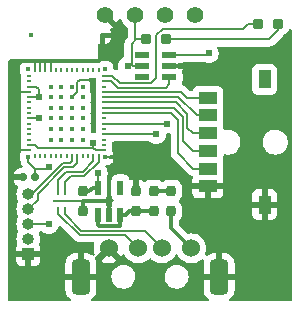
<source format=gtl>
G04 #@! TF.GenerationSoftware,KiCad,Pcbnew,(6.0.9)*
G04 #@! TF.CreationDate,2023-01-08T15:40:12+09:00*
G04 #@! TF.ProjectId,WBMon,57424d6f-6e2e-46b6-9963-61645f706362,1.0*
G04 #@! TF.SameCoordinates,Original*
G04 #@! TF.FileFunction,Copper,L1,Top*
G04 #@! TF.FilePolarity,Positive*
%FSLAX46Y46*%
G04 Gerber Fmt 4.6, Leading zero omitted, Abs format (unit mm)*
G04 Created by KiCad (PCBNEW (6.0.9)) date 2023-01-08 15:40:12*
%MOMM*%
%LPD*%
G01*
G04 APERTURE LIST*
G04 Aperture macros list*
%AMRoundRect*
0 Rectangle with rounded corners*
0 $1 Rounding radius*
0 $2 $3 $4 $5 $6 $7 $8 $9 X,Y pos of 4 corners*
0 Add a 4 corners polygon primitive as box body*
4,1,4,$2,$3,$4,$5,$6,$7,$8,$9,$2,$3,0*
0 Add four circle primitives for the rounded corners*
1,1,$1+$1,$2,$3*
1,1,$1+$1,$4,$5*
1,1,$1+$1,$6,$7*
1,1,$1+$1,$8,$9*
0 Add four rect primitives between the rounded corners*
20,1,$1+$1,$2,$3,$4,$5,0*
20,1,$1+$1,$4,$5,$6,$7,0*
20,1,$1+$1,$6,$7,$8,$9,0*
20,1,$1+$1,$8,$9,$2,$3,0*%
G04 Aperture macros list end*
G04 #@! TA.AperFunction,SMDPad,CuDef*
%ADD10R,0.500000X1.200000*%
G04 #@! TD*
G04 #@! TA.AperFunction,SMDPad,CuDef*
%ADD11R,1.200000X0.500000*%
G04 #@! TD*
G04 #@! TA.AperFunction,SMDPad,CuDef*
%ADD12RoundRect,0.200000X0.200000X-0.250000X0.200000X0.250000X-0.200000X0.250000X-0.200000X-0.250000X0*%
G04 #@! TD*
G04 #@! TA.AperFunction,ComponentPad*
%ADD13C,1.400000*%
G04 #@! TD*
G04 #@! TA.AperFunction,SMDPad,CuDef*
%ADD14R,1.600000X1.000000*%
G04 #@! TD*
G04 #@! TA.AperFunction,SMDPad,CuDef*
%ADD15R,1.100000X1.600000*%
G04 #@! TD*
G04 #@! TA.AperFunction,ComponentPad*
%ADD16R,1.000000X1.000000*%
G04 #@! TD*
G04 #@! TA.AperFunction,ComponentPad*
%ADD17O,1.000000X1.000000*%
G04 #@! TD*
G04 #@! TA.AperFunction,SMDPad,CuDef*
%ADD18R,0.200000X0.400000*%
G04 #@! TD*
G04 #@! TA.AperFunction,SMDPad,CuDef*
%ADD19R,0.400000X0.200000*%
G04 #@! TD*
G04 #@! TA.AperFunction,SMDPad,CuDef*
%ADD20RoundRect,0.200000X-0.200000X0.250000X-0.200000X-0.250000X0.200000X-0.250000X0.200000X0.250000X0*%
G04 #@! TD*
G04 #@! TA.AperFunction,SMDPad,CuDef*
%ADD21RoundRect,0.200000X-0.250000X-0.200000X0.250000X-0.200000X0.250000X0.200000X-0.250000X0.200000X0*%
G04 #@! TD*
G04 #@! TA.AperFunction,SMDPad,CuDef*
%ADD22R,0.350000X0.350000*%
G04 #@! TD*
G04 #@! TA.AperFunction,SMDPad,CuDef*
%ADD23R,0.350000X0.130000*%
G04 #@! TD*
G04 #@! TA.AperFunction,SMDPad,CuDef*
%ADD24R,0.130000X0.350000*%
G04 #@! TD*
G04 #@! TA.AperFunction,SMDPad,CuDef*
%ADD25R,0.400000X0.400000*%
G04 #@! TD*
G04 #@! TA.AperFunction,SMDPad,CuDef*
%ADD26R,0.300000X0.300000*%
G04 #@! TD*
G04 #@! TA.AperFunction,SMDPad,CuDef*
%ADD27RoundRect,0.200000X0.250000X0.200000X-0.250000X0.200000X-0.250000X-0.200000X0.250000X-0.200000X0*%
G04 #@! TD*
G04 #@! TA.AperFunction,SMDPad,CuDef*
%ADD28RoundRect,0.150000X0.150000X0.150000X-0.150000X0.150000X-0.150000X-0.150000X0.150000X-0.150000X0*%
G04 #@! TD*
G04 #@! TA.AperFunction,ComponentPad*
%ADD29C,1.524000*%
G04 #@! TD*
G04 #@! TA.AperFunction,ComponentPad*
%ADD30RoundRect,0.400000X-0.400000X-1.100000X0.400000X-1.100000X0.400000X1.100000X-0.400000X1.100000X0*%
G04 #@! TD*
G04 #@! TA.AperFunction,ViaPad*
%ADD31C,0.609600*%
G04 #@! TD*
G04 #@! TA.AperFunction,Conductor*
%ADD32C,0.304800*%
G04 #@! TD*
G04 #@! TA.AperFunction,Conductor*
%ADD33C,0.152400*%
G04 #@! TD*
G04 #@! TA.AperFunction,Conductor*
%ADD34C,0.203200*%
G04 #@! TD*
G04 APERTURE END LIST*
D10*
X-4400000Y-5150000D03*
X-3450000Y-5150000D03*
X-2500000Y-5150000D03*
X-2500000Y-2850000D03*
X-4400000Y-2850000D03*
D11*
X1650000Y6500000D03*
X1650000Y7450000D03*
X1650000Y8400000D03*
X-650000Y8400000D03*
X-650000Y7450000D03*
X-650000Y6500000D03*
D12*
X-1200000Y-4850000D03*
X-1200000Y-3150000D03*
X300000Y-4850000D03*
X300000Y-3150000D03*
D13*
X-3810000Y11730000D03*
X-1270000Y11730000D03*
X1270000Y11730000D03*
X3810000Y11730000D03*
D14*
X4900000Y4750000D03*
X4900000Y3250000D03*
X4900000Y1750000D03*
X4900000Y250000D03*
X4900000Y-1250000D03*
D15*
X9700000Y-4300000D03*
D14*
X4900000Y-2750000D03*
D15*
X9700000Y6300000D03*
D16*
X-10300000Y-8500000D03*
D17*
X-10300000Y-7230000D03*
X-10300000Y-5960000D03*
X-10300000Y-4690000D03*
X-10300000Y-3420000D03*
D18*
X-7225000Y-4650000D03*
X-7775000Y-4650000D03*
D19*
X-8000000Y-4000000D03*
D18*
X-7775000Y-3350000D03*
X-7225000Y-3350000D03*
D19*
X-7000000Y-4000000D03*
D20*
X-5700000Y-3150000D03*
X-5700000Y-4850000D03*
X1800000Y-3150000D03*
X1800000Y-4850000D03*
D21*
X9150000Y11000000D03*
X10850000Y11000000D03*
D22*
X-10310000Y7160000D03*
D23*
X-10225000Y6600000D03*
X-10225000Y6150000D03*
X-10225000Y5700000D03*
X-10225000Y5250000D03*
X-10225000Y4800000D03*
X-10225000Y4350000D03*
X-10225000Y3900000D03*
X-10225000Y3450000D03*
X-10225000Y3000000D03*
X-10225000Y2550000D03*
X-10225000Y2100000D03*
X-10225000Y1650000D03*
X-10225000Y1200000D03*
X-10225000Y750000D03*
X-10225000Y300000D03*
D22*
X-10310000Y-260000D03*
D24*
X-9750000Y-175000D03*
X-9300000Y-175000D03*
X-8850000Y-175000D03*
X-8400000Y-175000D03*
X-7950000Y-175000D03*
X-7500000Y-175000D03*
X-7050000Y-175000D03*
X-6600000Y-175000D03*
X-6150000Y-175000D03*
X-5700000Y-175000D03*
X-5250000Y-175000D03*
X-4800000Y-175000D03*
X-4350000Y-175000D03*
D22*
X-3790000Y-260000D03*
D23*
X-3875000Y300000D03*
X-3875000Y750000D03*
X-3875000Y1200000D03*
X-3875000Y1650000D03*
X-3875000Y2100000D03*
X-3875000Y2550000D03*
X-3875000Y3000000D03*
X-3875000Y3450000D03*
X-3875000Y3900000D03*
X-3875000Y4350000D03*
X-3875000Y4800000D03*
X-3875000Y5250000D03*
X-3875000Y5700000D03*
X-3875000Y6150000D03*
X-3875000Y6600000D03*
D22*
X-3790000Y7160000D03*
D24*
X-4350000Y7075000D03*
X-4800000Y7075000D03*
X-5250000Y7075000D03*
X-5700000Y7075000D03*
X-6150000Y7075000D03*
X-6600000Y7075000D03*
X-7050000Y7075000D03*
X-7500000Y7075000D03*
X-7950000Y7075000D03*
X-8400000Y7075000D03*
X-8850000Y7075000D03*
X-9300000Y7075000D03*
X-9750000Y7075000D03*
D25*
X-8400000Y5700000D03*
X-8400000Y4800000D03*
X-8400000Y3900000D03*
X-8400000Y3000000D03*
X-8400000Y2100000D03*
X-8400000Y1200000D03*
X-7500000Y1200000D03*
X-6600000Y1200000D03*
X-5700000Y1200000D03*
X-5700000Y2100000D03*
X-5700000Y3000000D03*
X-5700000Y3900000D03*
X-5700000Y4800000D03*
D26*
X-5700000Y5700000D03*
X-6600000Y5700000D03*
D25*
X-7500000Y5700000D03*
X-7500000Y4800000D03*
X-7500000Y3900000D03*
X-7500000Y3000000D03*
X-7500000Y2100000D03*
X-6600000Y2100000D03*
X-6600000Y3000000D03*
X-6600000Y3900000D03*
X-6600000Y4800000D03*
X-10100000Y10035000D03*
X-4000000Y10035000D03*
D27*
X1350000Y9700000D03*
X-350000Y9700000D03*
D28*
X-9750000Y-2000000D03*
X-10750000Y-2000000D03*
D29*
X3500000Y-8000000D03*
X1000000Y-8000000D03*
X-1000000Y-8000000D03*
X-3500000Y-8000000D03*
D30*
X-5850000Y-10400000D03*
X5850000Y-10400000D03*
D31*
X8500000Y0D03*
X-11500000Y7350000D03*
X0Y0D03*
X-11500000Y-1000000D03*
X-4800000Y6150000D03*
X8500000Y-7000000D03*
X-3000000Y8500000D03*
X-3450000Y-4000000D03*
X-2850000Y750000D03*
X3500000Y7000000D03*
X-9400000Y4800000D03*
X-8550000Y-1100000D03*
X-4800000Y950000D03*
X-8550000Y-5950000D03*
X-4400000Y-1650000D03*
X-1900000Y7450000D03*
X-9400000Y3000000D03*
X550000Y1650000D03*
X1450000Y2550000D03*
X5000000Y8500000D03*
D32*
X-2500000Y-6050000D02*
X-2555600Y-6105600D01*
X-4400000Y-6054800D02*
X-4400000Y-5150000D01*
X-2555600Y-6105600D02*
X-4349200Y-6105600D01*
X-2050000Y-5150000D02*
X-2500000Y-5150000D01*
X-4349200Y-6105600D02*
X-4400000Y-6054800D01*
X-2500000Y-5150000D02*
X-2500000Y-6050000D01*
X-1200000Y-4850000D02*
X-1750000Y-4850000D01*
X-1750000Y-4850000D02*
X-2050000Y-5150000D01*
X300000Y-4850000D02*
X-1200000Y-4850000D01*
X-5700000Y-4000000D02*
X-3450000Y-4000000D01*
D33*
X-7000000Y-4000000D02*
X-5700000Y-4000000D01*
X-8000000Y-4000000D02*
X-7000000Y-4000000D01*
X-10225000Y300000D02*
X-11200000Y300000D01*
X-9750000Y7075000D02*
X-9750000Y7900000D01*
D32*
X-5700000Y-4850000D02*
X-5700000Y-4000000D01*
X-11200000Y7650000D02*
X-11500000Y7350000D01*
X-4000000Y8200000D02*
X-4000000Y10035000D01*
D33*
X-6600000Y4800000D02*
X-6150000Y5250000D01*
X-8400000Y7075000D02*
X-8400000Y7900000D01*
X-9300000Y7075000D02*
X-9300000Y7900000D01*
X-4900000Y6250000D02*
X-4800000Y6150000D01*
D32*
X-11200000Y7850000D02*
X-4350000Y7850000D01*
X-3450000Y-4000000D02*
X-3450000Y-5150000D01*
D33*
X-10225000Y5250000D02*
X-11350000Y5250000D01*
D32*
X-4350000Y7850000D02*
X-4000000Y8200000D01*
D33*
X-3790000Y-260000D02*
X-2890000Y-260000D01*
X-6150000Y6050000D02*
X-5950000Y6250000D01*
X-8850000Y7075000D02*
X-8850000Y7900000D01*
D32*
X-11200000Y7850000D02*
X-11200000Y7650000D01*
D33*
X-6150000Y5250000D02*
X-6150000Y6050000D01*
X-5950000Y6250000D02*
X-4900000Y6250000D01*
X-9400000Y5450000D02*
X-9400000Y4800000D01*
D34*
X-1709600Y7450000D02*
X-1554800Y7604800D01*
D32*
X-4850000Y-2850000D02*
X-4400000Y-2850000D01*
D33*
X-4800000Y500000D02*
X-9500000Y500000D01*
D32*
X-5150000Y-3150000D02*
X-4850000Y-2850000D01*
D34*
X-1554800Y7604800D02*
X-1400000Y7450000D01*
D33*
X-9650000Y5700000D02*
X-9400000Y5450000D01*
D34*
X-1900000Y7450000D02*
X-1709600Y7450000D01*
D33*
X-9750000Y-1250000D02*
X-8700000Y-1250000D01*
X-10310000Y-260000D02*
X-10310000Y-690000D01*
X-8700000Y-1250000D02*
X-8550000Y-1100000D01*
D34*
X-1270000Y9820000D02*
X-1150000Y9700000D01*
D33*
X-4800000Y500000D02*
X-4800000Y950000D01*
D32*
X-5700000Y-3150000D02*
X-5150000Y-3150000D01*
D34*
X-1150000Y9700000D02*
X-1554800Y9295200D01*
X-1554800Y9295200D02*
X-1554800Y7604800D01*
D33*
X-9750000Y750000D02*
X-10225000Y750000D01*
D34*
X-1270000Y11730000D02*
X-1270000Y9820000D01*
D33*
X-3875000Y300000D02*
X-4600000Y300000D01*
D34*
X-1400000Y7450000D02*
X-650000Y7450000D01*
D33*
X-4600000Y300000D02*
X-4800000Y500000D01*
D34*
X-10300000Y-5960000D02*
X-8560000Y-5960000D01*
D33*
X-10225000Y5700000D02*
X-9650000Y5700000D01*
D34*
X-350000Y9700000D02*
X-1150000Y9700000D01*
D33*
X-10225000Y4800000D02*
X-9400000Y4800000D01*
X-9750000Y-1250000D02*
X-9750000Y-2000000D01*
D34*
X-4400000Y-1650000D02*
X-4400000Y-2850000D01*
D33*
X-9500000Y500000D02*
X-9750000Y750000D01*
D34*
X-8560000Y-5960000D02*
X-8550000Y-5950000D01*
D33*
X-10310000Y-690000D02*
X-9750000Y-1250000D01*
X70600Y5970600D02*
X550000Y6450000D01*
X-2570600Y5970600D02*
X70600Y5970600D01*
X550000Y10050000D02*
X1100000Y10600000D01*
X8300000Y11000000D02*
X9150000Y11000000D01*
X-3875000Y6600000D02*
X-3200000Y6600000D01*
X550000Y6450000D02*
X550000Y10050000D01*
X7900000Y10600000D02*
X8300000Y11000000D01*
X1100000Y10600000D02*
X7900000Y10600000D01*
X-3200000Y6600000D02*
X-2570600Y5970600D01*
D34*
X10100000Y9700000D02*
X10850000Y10450000D01*
X10850000Y10450000D02*
X10850000Y11000000D01*
X1350000Y9700000D02*
X10100000Y9700000D01*
D32*
X1800000Y-3150000D02*
X300000Y-3150000D01*
X1800000Y-6300000D02*
X1800000Y-4850000D01*
X3500000Y-8000000D02*
X1800000Y-6300000D01*
D33*
X-7775000Y-5077894D02*
X-5959894Y-6893000D01*
X-2107000Y-6893000D02*
X-1000000Y-8000000D01*
X-7775000Y-4650000D02*
X-7775000Y-5077894D01*
X-5959894Y-6893000D02*
X-2107000Y-6893000D01*
X-7225000Y-5125000D02*
X-5812600Y-6537400D01*
X-7225000Y-4650000D02*
X-7225000Y-5125000D01*
X-5812600Y-6537400D02*
X-462600Y-6537400D01*
X-462600Y-6537400D02*
X1000000Y-8000000D01*
X-9400000Y3000000D02*
X-10225000Y3000000D01*
X-9520600Y-3417706D02*
X-9520600Y-3910600D01*
X-6150000Y-175000D02*
X-6150000Y-794400D01*
X-6150000Y-794400D02*
X-6500000Y-1144400D01*
X-9520600Y-3910600D02*
X-10300000Y-4690000D01*
X-7247294Y-1144400D02*
X-9520600Y-3417706D01*
X-6500000Y-1144400D02*
X-7247294Y-1144400D01*
X-7394588Y-788800D02*
X-10025788Y-3420000D01*
X-6600000Y-175000D02*
X-6600000Y-600000D01*
X-6600000Y-600000D02*
X-6788800Y-788800D01*
X-10025788Y-3420000D02*
X-10300000Y-3420000D01*
X-6788800Y-788800D02*
X-7394588Y-788800D01*
X3100000Y4750000D02*
X4900000Y4750000D01*
X-3875000Y5250000D02*
X2600000Y5250000D01*
X2600000Y5250000D02*
X3100000Y4750000D01*
X2400000Y4800000D02*
X3950000Y3250000D01*
X-3875000Y4800000D02*
X2400000Y4800000D01*
X3950000Y3250000D02*
X4900000Y3250000D01*
X2200000Y4350000D02*
X3150000Y3400000D01*
X3150000Y3400000D02*
X3150000Y2200000D01*
X3600000Y1750000D02*
X4900000Y1750000D01*
X3150000Y2200000D02*
X3600000Y1750000D01*
X-3875000Y4350000D02*
X2200000Y4350000D01*
X2794400Y1055600D02*
X3600000Y250000D01*
X2794400Y3105600D02*
X2794400Y1055600D01*
X-3875000Y3900000D02*
X2000000Y3900000D01*
X3600000Y250000D02*
X4900000Y250000D01*
X2000000Y3900000D02*
X2794400Y3105600D01*
X3650000Y-1250000D02*
X4900000Y-1250000D01*
X-3875000Y3450000D02*
X1800000Y3450000D01*
X2350000Y2900000D02*
X2350000Y50000D01*
X1800000Y3450000D02*
X2350000Y2900000D01*
X2350000Y50000D02*
X3650000Y-1250000D01*
X-4800000Y-600000D02*
X-5700000Y-1500000D01*
X-5700000Y-1500000D02*
X-7100000Y-1500000D01*
X-7775000Y-2175000D02*
X-7775000Y-3350000D01*
X-4800000Y-175000D02*
X-4800000Y-600000D01*
X-7100000Y-1500000D02*
X-7775000Y-2175000D01*
X-5552706Y-1855600D02*
X-6700000Y-1855600D01*
X-4350000Y-652894D02*
X-5552706Y-1855600D01*
X-7225000Y-2380600D02*
X-7225000Y-3350000D01*
X-4350000Y-175000D02*
X-4350000Y-652894D01*
X-6700000Y-1855600D02*
X-7225000Y-2380600D01*
X-3875000Y1650000D02*
X550000Y1650000D01*
X-3875000Y2550000D02*
X1450000Y2550000D01*
X-2750000Y5605600D02*
X1350000Y5605600D01*
X1350000Y5605600D02*
X1650000Y5905600D01*
X-3294400Y6150000D02*
X-2750000Y5605600D01*
X1650000Y5905600D02*
X1650000Y6500000D01*
X-3875000Y6150000D02*
X-3294400Y6150000D01*
D34*
X1650000Y8400000D02*
X4900000Y8400000D01*
X4900000Y8400000D02*
X5000000Y8500000D01*
G04 #@! TA.AperFunction,Conductor*
G36*
X11933165Y10563382D02*
G01*
X11979888Y10509926D01*
X11991500Y10457092D01*
X11991500Y-12365500D01*
X11971498Y-12433621D01*
X11917842Y-12480114D01*
X11865500Y-12491500D01*
X6823669Y-12491500D01*
X6755548Y-12471498D01*
X6709055Y-12417842D01*
X6698951Y-12347568D01*
X6728445Y-12282988D01*
X6747684Y-12266235D01*
X6747257Y-12265708D01*
X6890459Y-12149745D01*
X6899745Y-12140459D01*
X7011552Y-12002390D01*
X7018705Y-11991375D01*
X7099365Y-11833070D01*
X7104069Y-11820817D01*
X7150267Y-11648403D01*
X7152214Y-11637069D01*
X7157807Y-11566010D01*
X7158000Y-11561085D01*
X7158000Y-10672115D01*
X7153525Y-10656876D01*
X7152135Y-10655671D01*
X7144452Y-10654000D01*
X4560115Y-10654000D01*
X4544876Y-10658475D01*
X4543671Y-10659865D01*
X4542000Y-10667548D01*
X4542000Y-11561085D01*
X4542193Y-11566010D01*
X4547786Y-11637069D01*
X4549733Y-11648403D01*
X4595931Y-11820817D01*
X4600635Y-11833070D01*
X4681295Y-11991375D01*
X4688448Y-12002390D01*
X4800255Y-12140459D01*
X4809541Y-12149745D01*
X4952743Y-12265708D01*
X4951414Y-12267349D01*
X4991198Y-12313715D01*
X5000960Y-12384038D01*
X4971153Y-12448474D01*
X4911241Y-12486567D01*
X4876331Y-12491500D01*
X-4876331Y-12491500D01*
X-4944452Y-12471498D01*
X-4990945Y-12417842D01*
X-5001049Y-12347568D01*
X-4971555Y-12282988D01*
X-4952316Y-12266235D01*
X-4952743Y-12265708D01*
X-4809541Y-12149745D01*
X-4800255Y-12140459D01*
X-4688448Y-12002390D01*
X-4681295Y-11991375D01*
X-4600635Y-11833070D01*
X-4595931Y-11820817D01*
X-4549733Y-11648403D01*
X-4547786Y-11637069D01*
X-4542193Y-11566010D01*
X-4542000Y-11561085D01*
X-4542000Y-10672115D01*
X-4546475Y-10656876D01*
X-4547865Y-10655671D01*
X-4555548Y-10654000D01*
X-7139885Y-10654000D01*
X-7155124Y-10658475D01*
X-7156329Y-10659865D01*
X-7158000Y-10667548D01*
X-7158000Y-11561085D01*
X-7157807Y-11566010D01*
X-7152214Y-11637069D01*
X-7150267Y-11648403D01*
X-7104069Y-11820817D01*
X-7099365Y-11833070D01*
X-7018705Y-11991375D01*
X-7011552Y-12002390D01*
X-6899745Y-12140459D01*
X-6890459Y-12149745D01*
X-6747257Y-12265708D01*
X-6748586Y-12267349D01*
X-6708802Y-12313715D01*
X-6699040Y-12384038D01*
X-6728847Y-12448474D01*
X-6788759Y-12486567D01*
X-6823669Y-12491500D01*
X-11865500Y-12491500D01*
X-11933621Y-12471498D01*
X-11980114Y-12417842D01*
X-11991500Y-12365500D01*
X-11991500Y-10392925D01*
X-3263355Y-10392925D01*
X-3245430Y-10589888D01*
X-3189590Y-10779619D01*
X-3186737Y-10785077D01*
X-3186735Y-10785081D01*
X-3139280Y-10875853D01*
X-3097960Y-10954890D01*
X-2974032Y-11109025D01*
X-2969308Y-11112989D01*
X-2962067Y-11119065D01*
X-2822526Y-11236154D01*
X-2817128Y-11239121D01*
X-2817123Y-11239125D01*
X-2673820Y-11317905D01*
X-2649213Y-11331433D01*
X-2643346Y-11333294D01*
X-2643344Y-11333295D01*
X-2466564Y-11389373D01*
X-2460694Y-11391235D01*
X-2306773Y-11408500D01*
X-2200231Y-11408500D01*
X-2197175Y-11408200D01*
X-2197168Y-11408200D01*
X-2138660Y-11402463D01*
X-2053167Y-11394080D01*
X-2047266Y-11392298D01*
X-2047264Y-11392298D01*
X-1973947Y-11370162D01*
X-1863831Y-11336916D01*
X-1689204Y-11244066D01*
X-1602938Y-11173709D01*
X-1540713Y-11122960D01*
X-1540710Y-11122957D01*
X-1535938Y-11119065D01*
X-1523656Y-11104219D01*
X-1413799Y-10971425D01*
X-1413797Y-10971421D01*
X-1409870Y-10966675D01*
X-1315802Y-10792701D01*
X-1257318Y-10603768D01*
X-1236645Y-10407075D01*
X-1237933Y-10392925D01*
X1236645Y-10392925D01*
X1254570Y-10589888D01*
X1310410Y-10779619D01*
X1313263Y-10785077D01*
X1313265Y-10785081D01*
X1360720Y-10875853D01*
X1402040Y-10954890D01*
X1525968Y-11109025D01*
X1530692Y-11112989D01*
X1537933Y-11119065D01*
X1677474Y-11236154D01*
X1682872Y-11239121D01*
X1682877Y-11239125D01*
X1826180Y-11317905D01*
X1850787Y-11331433D01*
X1856654Y-11333294D01*
X1856656Y-11333295D01*
X2033436Y-11389373D01*
X2039306Y-11391235D01*
X2193227Y-11408500D01*
X2299769Y-11408500D01*
X2302825Y-11408200D01*
X2302832Y-11408200D01*
X2361340Y-11402463D01*
X2446833Y-11394080D01*
X2452734Y-11392298D01*
X2452736Y-11392298D01*
X2526053Y-11370162D01*
X2636169Y-11336916D01*
X2810796Y-11244066D01*
X2897062Y-11173709D01*
X2959287Y-11122960D01*
X2959290Y-11122957D01*
X2964062Y-11119065D01*
X2976344Y-11104219D01*
X3086201Y-10971425D01*
X3086203Y-10971421D01*
X3090130Y-10966675D01*
X3184198Y-10792701D01*
X3242682Y-10603768D01*
X3263355Y-10407075D01*
X3245430Y-10210112D01*
X3189590Y-10020381D01*
X3179919Y-10001881D01*
X3100813Y-9850568D01*
X3097960Y-9845110D01*
X2974032Y-9690975D01*
X2967727Y-9685684D01*
X2951334Y-9671929D01*
X2822526Y-9563846D01*
X2817128Y-9560879D01*
X2817123Y-9560875D01*
X2654608Y-9471533D01*
X2654609Y-9471533D01*
X2649213Y-9468567D01*
X2643346Y-9466706D01*
X2643344Y-9466705D01*
X2466564Y-9410627D01*
X2466563Y-9410627D01*
X2460694Y-9408765D01*
X2306773Y-9391500D01*
X2200231Y-9391500D01*
X2197175Y-9391800D01*
X2197168Y-9391800D01*
X2138660Y-9397537D01*
X2053167Y-9405920D01*
X2047266Y-9407702D01*
X2047264Y-9407702D01*
X1973947Y-9429838D01*
X1863831Y-9463084D01*
X1689204Y-9555934D01*
X1602938Y-9626291D01*
X1540713Y-9677040D01*
X1540710Y-9677043D01*
X1535938Y-9680935D01*
X1532011Y-9685682D01*
X1532009Y-9685684D01*
X1413799Y-9828575D01*
X1413797Y-9828579D01*
X1409870Y-9833325D01*
X1315802Y-10007299D01*
X1257318Y-10196232D01*
X1236645Y-10392925D01*
X-1237933Y-10392925D01*
X-1254570Y-10210112D01*
X-1310410Y-10020381D01*
X-1320081Y-10001881D01*
X-1399187Y-9850568D01*
X-1402040Y-9845110D01*
X-1525968Y-9690975D01*
X-1532273Y-9685684D01*
X-1548666Y-9671929D01*
X-1677474Y-9563846D01*
X-1682872Y-9560879D01*
X-1682877Y-9560875D01*
X-1845392Y-9471533D01*
X-1845391Y-9471533D01*
X-1850787Y-9468567D01*
X-1856654Y-9466706D01*
X-1856656Y-9466705D01*
X-2033436Y-9410627D01*
X-2033437Y-9410627D01*
X-2039306Y-9408765D01*
X-2193227Y-9391500D01*
X-2299769Y-9391500D01*
X-2302825Y-9391800D01*
X-2302832Y-9391800D01*
X-2361340Y-9397537D01*
X-2446833Y-9405920D01*
X-2452734Y-9407702D01*
X-2452736Y-9407702D01*
X-2526053Y-9429838D01*
X-2636169Y-9463084D01*
X-2810796Y-9555934D01*
X-2897062Y-9626291D01*
X-2959287Y-9677040D01*
X-2959290Y-9677043D01*
X-2964062Y-9680935D01*
X-2967989Y-9685682D01*
X-2967991Y-9685684D01*
X-3086201Y-9828575D01*
X-3086203Y-9828579D01*
X-3090130Y-9833325D01*
X-3184198Y-10007299D01*
X-3242682Y-10196232D01*
X-3263355Y-10392925D01*
X-11991500Y-10392925D01*
X-11991500Y-10127885D01*
X-7158000Y-10127885D01*
X-7153525Y-10143124D01*
X-7152135Y-10144329D01*
X-7144452Y-10146000D01*
X-6122115Y-10146000D01*
X-6106876Y-10141525D01*
X-6105671Y-10140135D01*
X-6104000Y-10132452D01*
X-6104000Y-8410115D01*
X-6108475Y-8394876D01*
X-6109865Y-8393671D01*
X-6117548Y-8392000D01*
X-6311084Y-8392000D01*
X-6316010Y-8392193D01*
X-6387069Y-8397786D01*
X-6398403Y-8399733D01*
X-6570817Y-8445931D01*
X-6583070Y-8450635D01*
X-6741375Y-8531295D01*
X-6752390Y-8538448D01*
X-6890459Y-8650255D01*
X-6899745Y-8659541D01*
X-7011552Y-8797610D01*
X-7018705Y-8808625D01*
X-7099365Y-8966930D01*
X-7104069Y-8979183D01*
X-7150267Y-9151597D01*
X-7152214Y-9162931D01*
X-7157807Y-9233990D01*
X-7158000Y-9238916D01*
X-7158000Y-10127885D01*
X-11991500Y-10127885D01*
X-11991500Y-9044669D01*
X-11307999Y-9044669D01*
X-11307629Y-9051490D01*
X-11302105Y-9102352D01*
X-11298479Y-9117604D01*
X-11253324Y-9238054D01*
X-11244786Y-9253649D01*
X-11168285Y-9355724D01*
X-11155724Y-9368285D01*
X-11053649Y-9444786D01*
X-11038054Y-9453324D01*
X-10917606Y-9498478D01*
X-10902351Y-9502105D01*
X-10851486Y-9507631D01*
X-10844672Y-9508000D01*
X-10572115Y-9508000D01*
X-10556876Y-9503525D01*
X-10555671Y-9502135D01*
X-10554000Y-9494452D01*
X-10554000Y-9489884D01*
X-10046000Y-9489884D01*
X-10041525Y-9505123D01*
X-10040135Y-9506328D01*
X-10032452Y-9507999D01*
X-9755331Y-9507999D01*
X-9748510Y-9507629D01*
X-9697648Y-9502105D01*
X-9682396Y-9498479D01*
X-9561946Y-9453324D01*
X-9546351Y-9444786D01*
X-9444276Y-9368285D01*
X-9431715Y-9355724D01*
X-9355214Y-9253649D01*
X-9346676Y-9238054D01*
X-9301522Y-9117606D01*
X-9297895Y-9102351D01*
X-9292369Y-9051486D01*
X-9292000Y-9044672D01*
X-9292000Y-8772115D01*
X-9296475Y-8756876D01*
X-9297865Y-8755671D01*
X-9305548Y-8754000D01*
X-10027885Y-8754000D01*
X-10043124Y-8758475D01*
X-10044329Y-8759865D01*
X-10046000Y-8767548D01*
X-10046000Y-9489884D01*
X-10554000Y-9489884D01*
X-10554000Y-8772115D01*
X-10558475Y-8756876D01*
X-10559865Y-8755671D01*
X-10567548Y-8754000D01*
X-11289884Y-8754000D01*
X-11305123Y-8758475D01*
X-11306328Y-8759865D01*
X-11307999Y-8767548D01*
X-11307999Y-9044669D01*
X-11991500Y-9044669D01*
X-11991500Y7874000D01*
X-11971498Y7942121D01*
X-11917842Y7988614D01*
X-11865500Y8000000D01*
X-10823870Y8000000D01*
X-10755749Y7979998D01*
X-10709256Y7926342D01*
X-10699152Y7856068D01*
X-10728646Y7791488D01*
X-10748305Y7773174D01*
X-10848261Y7698261D01*
X-10935615Y7581705D01*
X-10986745Y7445316D01*
X-10993500Y7383134D01*
X-10993500Y6936866D01*
X-10986745Y6874684D01*
X-10935615Y6738295D01*
X-10930234Y6731116D01*
X-10925921Y6723237D01*
X-10928490Y6721831D01*
X-10908826Y6669195D01*
X-10908500Y6660139D01*
X-10908500Y6486866D01*
X-10901745Y6424684D01*
X-10898971Y6417284D01*
X-10897144Y6409600D01*
X-10898965Y6409167D01*
X-10894515Y6348430D01*
X-10898297Y6335552D01*
X-10898972Y6332713D01*
X-10901745Y6325316D01*
X-10908500Y6263134D01*
X-10908500Y6036866D01*
X-10901745Y5974684D01*
X-10898971Y5967284D01*
X-10897144Y5959600D01*
X-10898965Y5959167D01*
X-10894515Y5898430D01*
X-10898297Y5885552D01*
X-10898972Y5882713D01*
X-10901745Y5875316D01*
X-10908500Y5813134D01*
X-10908500Y5586866D01*
X-10901745Y5524684D01*
X-10898971Y5517284D01*
X-10897144Y5509600D01*
X-10898754Y5509217D01*
X-10894248Y5447719D01*
X-10897594Y5436325D01*
X-10902105Y5417351D01*
X-10907631Y5366486D01*
X-10908000Y5359672D01*
X-10907999Y5140331D01*
X-10907629Y5133510D01*
X-10902105Y5082648D01*
X-10896651Y5059707D01*
X-10898651Y5059231D01*
X-10894248Y4999144D01*
X-10898543Y4984517D01*
X-10898972Y4982714D01*
X-10901745Y4975316D01*
X-10908500Y4913134D01*
X-10908500Y4686866D01*
X-10901745Y4624684D01*
X-10898971Y4617284D01*
X-10897144Y4609600D01*
X-10898965Y4609167D01*
X-10894515Y4548430D01*
X-10898297Y4535552D01*
X-10898972Y4532713D01*
X-10901745Y4525316D01*
X-10908500Y4463134D01*
X-10908500Y4236866D01*
X-10901745Y4174684D01*
X-10898971Y4167284D01*
X-10897144Y4159600D01*
X-10898965Y4159167D01*
X-10894515Y4098430D01*
X-10898297Y4085552D01*
X-10898972Y4082713D01*
X-10901745Y4075316D01*
X-10908500Y4013134D01*
X-10908500Y3786866D01*
X-10901745Y3724684D01*
X-10898971Y3717284D01*
X-10897144Y3709600D01*
X-10898965Y3709167D01*
X-10894515Y3648430D01*
X-10898297Y3635552D01*
X-10898972Y3632713D01*
X-10901745Y3625316D01*
X-10908500Y3563134D01*
X-10908500Y3336866D01*
X-10901745Y3274684D01*
X-10898971Y3267284D01*
X-10897144Y3259600D01*
X-10898965Y3259167D01*
X-10894515Y3198430D01*
X-10898297Y3185552D01*
X-10898972Y3182713D01*
X-10901745Y3175316D01*
X-10908500Y3113134D01*
X-10908500Y2886866D01*
X-10901745Y2824684D01*
X-10898971Y2817284D01*
X-10897144Y2809600D01*
X-10898965Y2809167D01*
X-10894515Y2748430D01*
X-10898297Y2735552D01*
X-10898972Y2732713D01*
X-10901745Y2725316D01*
X-10908500Y2663134D01*
X-10908500Y2436866D01*
X-10901745Y2374684D01*
X-10898971Y2367284D01*
X-10897144Y2359600D01*
X-10898965Y2359167D01*
X-10894515Y2298430D01*
X-10898297Y2285552D01*
X-10898972Y2282713D01*
X-10901745Y2275316D01*
X-10908500Y2213134D01*
X-10908500Y1986866D01*
X-10901745Y1924684D01*
X-10898971Y1917284D01*
X-10897144Y1909600D01*
X-10898965Y1909167D01*
X-10894515Y1848430D01*
X-10898297Y1835552D01*
X-10898972Y1832713D01*
X-10901745Y1825316D01*
X-10908500Y1763134D01*
X-10908500Y1536866D01*
X-10901745Y1474684D01*
X-10898971Y1467284D01*
X-10897144Y1459600D01*
X-10898965Y1459167D01*
X-10894515Y1398430D01*
X-10898297Y1385552D01*
X-10898972Y1382713D01*
X-10901745Y1375316D01*
X-10908500Y1313134D01*
X-10908500Y1086866D01*
X-10901745Y1024684D01*
X-10898971Y1017284D01*
X-10897144Y1009600D01*
X-10898965Y1009167D01*
X-10894515Y948430D01*
X-10898297Y935552D01*
X-10898972Y932713D01*
X-10901745Y925316D01*
X-10908500Y863134D01*
X-10908500Y636866D01*
X-10901745Y574684D01*
X-10898971Y567284D01*
X-10897144Y559600D01*
X-10898754Y559217D01*
X-10894248Y497719D01*
X-10897594Y486325D01*
X-10902105Y467351D01*
X-10907631Y416486D01*
X-10908000Y409672D01*
X-10907999Y240529D01*
X-10926612Y177138D01*
X-10925921Y176760D01*
X-10927651Y173600D01*
X-10928001Y172408D01*
X-10929429Y170352D01*
X-10930228Y168893D01*
X-10935615Y161705D01*
X-10986745Y25316D01*
X-10993500Y-36866D01*
X-10993500Y-483134D01*
X-10986745Y-545316D01*
X-10935615Y-681705D01*
X-10930235Y-688884D01*
X-10930233Y-688887D01*
X-10913215Y-711594D01*
X-10889119Y-770713D01*
X-10884831Y-803285D01*
X-10879650Y-842637D01*
X-10849930Y-914386D01*
X-10820734Y-984873D01*
X-10815708Y-991422D01*
X-10811576Y-998580D01*
X-10813354Y-999607D01*
X-10791739Y-1055515D01*
X-10806003Y-1125064D01*
X-10855603Y-1175861D01*
X-10917302Y-1192001D01*
X-10963983Y-1192001D01*
X-10968920Y-1192195D01*
X-10997336Y-1194430D01*
X-11009931Y-1196730D01*
X-11155790Y-1239107D01*
X-11170221Y-1245352D01*
X-11299678Y-1321911D01*
X-11312104Y-1331551D01*
X-11418449Y-1437896D01*
X-11428089Y-1450322D01*
X-11504648Y-1579779D01*
X-11510893Y-1594210D01*
X-11549939Y-1728605D01*
X-11549899Y-1742706D01*
X-11542630Y-1746000D01*
X-10684500Y-1746000D01*
X-10616379Y-1766002D01*
X-10569886Y-1819658D01*
X-10558500Y-1872000D01*
X-10558500Y-2128000D01*
X-10578502Y-2196121D01*
X-10632158Y-2242614D01*
X-10684500Y-2254000D01*
X-11536878Y-2254000D01*
X-11550409Y-2257973D01*
X-11551544Y-2265871D01*
X-11510893Y-2405790D01*
X-11504648Y-2420221D01*
X-11428089Y-2549678D01*
X-11418449Y-2562104D01*
X-11312104Y-2668449D01*
X-11299678Y-2678089D01*
X-11211101Y-2730472D01*
X-11162649Y-2782365D01*
X-11149943Y-2852215D01*
X-11164825Y-2899626D01*
X-11231433Y-3020787D01*
X-11291235Y-3209306D01*
X-11313281Y-3405851D01*
X-11312765Y-3411995D01*
X-11299689Y-3567715D01*
X-11296732Y-3602934D01*
X-11295033Y-3608858D01*
X-11252267Y-3758000D01*
X-11242217Y-3793050D01*
X-11239398Y-3798535D01*
X-11155573Y-3961639D01*
X-11151813Y-3968956D01*
X-11147984Y-3973787D01*
X-11146161Y-3976088D01*
X-11145586Y-3977509D01*
X-11144647Y-3978966D01*
X-11144924Y-3979144D01*
X-11119526Y-4041898D01*
X-11132699Y-4111662D01*
X-11136154Y-4117474D01*
X-11231433Y-4290787D01*
X-11233294Y-4296654D01*
X-11233295Y-4296656D01*
X-11276318Y-4432282D01*
X-11291235Y-4479306D01*
X-11313281Y-4675851D01*
X-11296732Y-4872934D01*
X-11295033Y-4878858D01*
X-11248948Y-5039575D01*
X-11242217Y-5063050D01*
X-11239398Y-5068535D01*
X-11162785Y-5217606D01*
X-11151813Y-5238956D01*
X-11147984Y-5243787D01*
X-11146161Y-5246088D01*
X-11145586Y-5247509D01*
X-11144647Y-5248966D01*
X-11144924Y-5249144D01*
X-11119526Y-5311898D01*
X-11132699Y-5381662D01*
X-11136154Y-5387474D01*
X-11231433Y-5560787D01*
X-11233294Y-5566654D01*
X-11233295Y-5566656D01*
X-11273472Y-5693310D01*
X-11291235Y-5749306D01*
X-11313281Y-5945851D01*
X-11312765Y-5951995D01*
X-11298075Y-6126937D01*
X-11296732Y-6142934D01*
X-11242217Y-6333050D01*
X-11239398Y-6338535D01*
X-11167687Y-6478068D01*
X-11151813Y-6508956D01*
X-11147984Y-6513787D01*
X-11146161Y-6516088D01*
X-11145586Y-6517509D01*
X-11144647Y-6518966D01*
X-11144924Y-6519144D01*
X-11119526Y-6581898D01*
X-11132699Y-6651662D01*
X-11136154Y-6657474D01*
X-11231433Y-6830787D01*
X-11233294Y-6836654D01*
X-11233295Y-6836656D01*
X-11251227Y-6893186D01*
X-11291235Y-7019306D01*
X-11313281Y-7215851D01*
X-11312765Y-7221995D01*
X-11301360Y-7357815D01*
X-11296732Y-7412934D01*
X-11283131Y-7460365D01*
X-11257039Y-7551358D01*
X-11242217Y-7603050D01*
X-11239398Y-7608535D01*
X-11235598Y-7615929D01*
X-11222250Y-7685660D01*
X-11242333Y-7737468D01*
X-11240479Y-7738483D01*
X-11253323Y-7761942D01*
X-11298478Y-7882394D01*
X-11302105Y-7897649D01*
X-11307631Y-7948514D01*
X-11308000Y-7955328D01*
X-11308000Y-8227885D01*
X-11303525Y-8243124D01*
X-11302135Y-8244329D01*
X-11294452Y-8246000D01*
X-9310116Y-8246000D01*
X-9294877Y-8241525D01*
X-9293672Y-8240135D01*
X-9292001Y-8232452D01*
X-9292001Y-7955331D01*
X-9292371Y-7948510D01*
X-9297895Y-7897648D01*
X-9301521Y-7882396D01*
X-9346676Y-7761946D01*
X-9359522Y-7738483D01*
X-9357398Y-7737320D01*
X-9377687Y-7683007D01*
X-9371571Y-7634183D01*
X-9319875Y-7478778D01*
X-9311803Y-7454513D01*
X-9287015Y-7258295D01*
X-9286620Y-7230000D01*
X-9305920Y-7033167D01*
X-9308982Y-7023023D01*
X-9329838Y-6953947D01*
X-9363084Y-6843831D01*
X-9372888Y-6825392D01*
X-9410181Y-6755253D01*
X-9424500Y-6685715D01*
X-9398952Y-6619475D01*
X-9341647Y-6577562D01*
X-9298929Y-6570100D01*
X-9125340Y-6570100D01*
X-9056347Y-6590668D01*
X-8936331Y-6669204D01*
X-8919019Y-6680533D01*
X-8912415Y-6682989D01*
X-8912413Y-6682990D01*
X-8833510Y-6712334D01*
X-8748000Y-6744135D01*
X-8567140Y-6768267D01*
X-8560129Y-6767629D01*
X-8560125Y-6767629D01*
X-8420420Y-6754914D01*
X-8385429Y-6751729D01*
X-8378727Y-6749551D01*
X-8378725Y-6749551D01*
X-8218595Y-6697522D01*
X-8218592Y-6697521D01*
X-8211896Y-6695345D01*
X-8187048Y-6680533D01*
X-8061223Y-6605527D01*
X-8061220Y-6605525D01*
X-8055168Y-6601917D01*
X-7962623Y-6513787D01*
X-7928138Y-6480948D01*
X-7928136Y-6480945D01*
X-7923034Y-6476087D01*
X-7822061Y-6324110D01*
X-7793419Y-6248709D01*
X-7762831Y-6168188D01*
X-7719942Y-6111610D01*
X-7653273Y-6087201D01*
X-7583991Y-6102711D01*
X-7555948Y-6123837D01*
X-6406282Y-7273503D01*
X-6395415Y-7285893D01*
X-6376907Y-7310013D01*
X-6346243Y-7333542D01*
X-6346242Y-7333543D01*
X-6254766Y-7403734D01*
X-6112531Y-7462650D01*
X-5959894Y-7482746D01*
X-5951706Y-7481668D01*
X-5929754Y-7478778D01*
X-5913308Y-7477700D01*
X-4839057Y-7477700D01*
X-4770936Y-7497702D01*
X-4724443Y-7551358D01*
X-4714339Y-7621632D01*
X-4717350Y-7636311D01*
X-4754059Y-7773309D01*
X-4755962Y-7784104D01*
X-4774372Y-7994525D01*
X-4774372Y-8005475D01*
X-4755962Y-8215896D01*
X-4754059Y-8226691D01*
X-4699390Y-8430719D01*
X-4695452Y-8441538D01*
X-4690949Y-8512392D01*
X-4725468Y-8574432D01*
X-4788048Y-8607961D01*
X-4858821Y-8602334D01*
X-4893147Y-8582552D01*
X-4947610Y-8538448D01*
X-4958625Y-8531295D01*
X-5116930Y-8450635D01*
X-5129183Y-8445931D01*
X-5301597Y-8399733D01*
X-5312931Y-8397786D01*
X-5383990Y-8392193D01*
X-5388916Y-8392000D01*
X-5577885Y-8392000D01*
X-5593124Y-8396475D01*
X-5594329Y-8397865D01*
X-5596000Y-8405548D01*
X-5596000Y-10127885D01*
X-5591525Y-10143124D01*
X-5590135Y-10144329D01*
X-5582452Y-10146000D01*
X-4560115Y-10146000D01*
X-4544876Y-10141525D01*
X-4543671Y-10140135D01*
X-4542000Y-10132452D01*
X-4542000Y-9238916D01*
X-4542193Y-9233990D01*
X-4547786Y-9162931D01*
X-4549733Y-9151597D01*
X-4574604Y-9058777D01*
X-4194223Y-9058777D01*
X-4184926Y-9070793D01*
X-4141931Y-9100898D01*
X-4132445Y-9106376D01*
X-3941007Y-9195645D01*
X-3930715Y-9199391D01*
X-3726691Y-9254059D01*
X-3715896Y-9255962D01*
X-3505475Y-9274372D01*
X-3494525Y-9274372D01*
X-3284104Y-9255962D01*
X-3273309Y-9254059D01*
X-3069285Y-9199391D01*
X-3058993Y-9195645D01*
X-2867555Y-9106376D01*
X-2858069Y-9100898D01*
X-2814236Y-9070207D01*
X-2805861Y-9059729D01*
X-2812929Y-9046281D01*
X-3487188Y-8372022D01*
X-3501132Y-8364408D01*
X-3502965Y-8364539D01*
X-3509580Y-8368790D01*
X-4187793Y-9047003D01*
X-4194223Y-9058777D01*
X-4574604Y-9058777D01*
X-4595931Y-8979183D01*
X-4600635Y-8966930D01*
X-4645144Y-8879575D01*
X-4658248Y-8809798D01*
X-4631548Y-8744013D01*
X-4591502Y-8710841D01*
X-4546281Y-8687071D01*
X-3589095Y-7729885D01*
X-3526783Y-7695859D01*
X-3455968Y-7700924D01*
X-3410905Y-7729885D01*
X-2452997Y-8687793D01*
X-2441223Y-8694223D01*
X-2429207Y-8684926D01*
X-2399103Y-8641932D01*
X-2393623Y-8632441D01*
X-2364471Y-8569925D01*
X-2317553Y-8516640D01*
X-2249276Y-8497179D01*
X-2181316Y-8517721D01*
X-2136081Y-8569925D01*
X-2106814Y-8632689D01*
X-2106811Y-8632694D01*
X-2104488Y-8637676D01*
X-2101332Y-8642183D01*
X-2101331Y-8642185D01*
X-1983967Y-8809798D01*
X-1976977Y-8819781D01*
X-1819781Y-8976977D01*
X-1815273Y-8980134D01*
X-1815270Y-8980136D01*
X-1770399Y-9011555D01*
X-1637677Y-9104488D01*
X-1632695Y-9106811D01*
X-1632690Y-9106814D01*
X-1442190Y-9195645D01*
X-1436196Y-9198440D01*
X-1430888Y-9199862D01*
X-1430886Y-9199863D01*
X-1365051Y-9217503D01*
X-1221463Y-9255978D01*
X-1000000Y-9275353D01*
X-778537Y-9255978D01*
X-634949Y-9217503D01*
X-569114Y-9199863D01*
X-569112Y-9199862D01*
X-563804Y-9198440D01*
X-557810Y-9195645D01*
X-367310Y-9106814D01*
X-367305Y-9106811D01*
X-362323Y-9104488D01*
X-229601Y-9011555D01*
X-184730Y-8980136D01*
X-184727Y-8980134D01*
X-180219Y-8976977D01*
X-89095Y-8885853D01*
X-26783Y-8851827D01*
X44032Y-8856892D01*
X89095Y-8885853D01*
X180219Y-8976977D01*
X184727Y-8980134D01*
X184730Y-8980136D01*
X229601Y-9011555D01*
X362323Y-9104488D01*
X367305Y-9106811D01*
X367310Y-9106814D01*
X557810Y-9195645D01*
X563804Y-9198440D01*
X569112Y-9199862D01*
X569114Y-9199863D01*
X634949Y-9217503D01*
X778537Y-9255978D01*
X1000000Y-9275353D01*
X1221463Y-9255978D01*
X1365051Y-9217503D01*
X1430886Y-9199863D01*
X1430888Y-9199862D01*
X1436196Y-9198440D01*
X1442190Y-9195645D01*
X1632690Y-9106814D01*
X1632695Y-9106811D01*
X1637677Y-9104488D01*
X1770399Y-9011555D01*
X1815270Y-8980136D01*
X1815273Y-8980134D01*
X1819781Y-8976977D01*
X1976977Y-8819781D01*
X1983968Y-8809798D01*
X2101331Y-8642185D01*
X2101332Y-8642183D01*
X2104488Y-8637676D01*
X2106811Y-8632694D01*
X2106814Y-8632689D01*
X2135805Y-8570517D01*
X2182723Y-8517232D01*
X2251000Y-8497771D01*
X2318960Y-8518313D01*
X2364195Y-8570517D01*
X2393186Y-8632689D01*
X2393189Y-8632694D01*
X2395512Y-8637676D01*
X2398668Y-8642183D01*
X2398669Y-8642185D01*
X2516033Y-8809798D01*
X2523023Y-8819781D01*
X2680219Y-8976977D01*
X2684727Y-8980134D01*
X2684730Y-8980136D01*
X2729601Y-9011555D01*
X2862323Y-9104488D01*
X2867305Y-9106811D01*
X2867310Y-9106814D01*
X3057810Y-9195645D01*
X3063804Y-9198440D01*
X3069112Y-9199862D01*
X3069114Y-9199863D01*
X3134949Y-9217503D01*
X3278537Y-9255978D01*
X3500000Y-9275353D01*
X3721463Y-9255978D01*
X3865051Y-9217503D01*
X3930886Y-9199863D01*
X3930888Y-9199862D01*
X3936196Y-9198440D01*
X3942190Y-9195645D01*
X4132690Y-9106814D01*
X4132695Y-9106811D01*
X4137677Y-9104488D01*
X4270399Y-9011555D01*
X4315270Y-8980136D01*
X4315273Y-8980134D01*
X4319781Y-8976977D01*
X4365309Y-8931449D01*
X4427621Y-8897423D01*
X4498436Y-8902488D01*
X4555272Y-8945035D01*
X4580083Y-9011555D01*
X4576111Y-9053155D01*
X4549733Y-9151598D01*
X4547786Y-9162931D01*
X4542193Y-9233990D01*
X4542000Y-9238916D01*
X4542000Y-10127885D01*
X4546475Y-10143124D01*
X4547865Y-10144329D01*
X4555548Y-10146000D01*
X5577885Y-10146000D01*
X5593124Y-10141525D01*
X5594329Y-10140135D01*
X5596000Y-10132452D01*
X5596000Y-10127885D01*
X6104000Y-10127885D01*
X6108475Y-10143124D01*
X6109865Y-10144329D01*
X6117548Y-10146000D01*
X7139885Y-10146000D01*
X7155124Y-10141525D01*
X7156329Y-10140135D01*
X7158000Y-10132452D01*
X7158000Y-9238916D01*
X7157807Y-9233990D01*
X7152214Y-9162931D01*
X7150267Y-9151597D01*
X7104069Y-8979183D01*
X7099365Y-8966930D01*
X7018705Y-8808625D01*
X7011552Y-8797610D01*
X6899745Y-8659541D01*
X6890459Y-8650255D01*
X6752390Y-8538448D01*
X6741375Y-8531295D01*
X6583070Y-8450635D01*
X6570817Y-8445931D01*
X6398403Y-8399733D01*
X6387069Y-8397786D01*
X6316010Y-8392193D01*
X6311084Y-8392000D01*
X6122115Y-8392000D01*
X6106876Y-8396475D01*
X6105671Y-8397865D01*
X6104000Y-8405548D01*
X6104000Y-10127885D01*
X5596000Y-10127885D01*
X5596000Y-8410115D01*
X5591525Y-8394876D01*
X5590135Y-8393671D01*
X5582452Y-8392000D01*
X5388916Y-8392000D01*
X5383990Y-8392193D01*
X5312931Y-8397786D01*
X5301597Y-8399733D01*
X5129183Y-8445931D01*
X5116930Y-8450635D01*
X4958625Y-8531295D01*
X4947610Y-8538448D01*
X4893904Y-8581939D01*
X4828377Y-8609265D01*
X4758479Y-8596825D01*
X4706402Y-8548571D01*
X4688680Y-8479822D01*
X4696190Y-8441021D01*
X4698440Y-8436196D01*
X4755978Y-8221463D01*
X4775353Y-8000000D01*
X4755978Y-7778537D01*
X4698440Y-7563804D01*
X4660642Y-7482746D01*
X4606814Y-7367311D01*
X4606811Y-7367306D01*
X4604488Y-7362324D01*
X4601331Y-7357815D01*
X4480136Y-7184730D01*
X4480134Y-7184727D01*
X4476977Y-7180219D01*
X4319781Y-7023023D01*
X4315273Y-7019866D01*
X4315270Y-7019864D01*
X4239505Y-6966813D01*
X4137677Y-6895512D01*
X4132695Y-6893189D01*
X4132690Y-6893186D01*
X3941178Y-6803883D01*
X3941177Y-6803882D01*
X3936196Y-6801560D01*
X3930888Y-6800138D01*
X3930886Y-6800137D01*
X3814946Y-6769071D01*
X3721463Y-6744022D01*
X3500000Y-6724647D01*
X3278537Y-6744022D01*
X3273222Y-6745446D01*
X3273217Y-6745447D01*
X3270044Y-6746297D01*
X3268592Y-6746262D01*
X3267806Y-6746401D01*
X3267778Y-6746243D01*
X3199068Y-6744606D01*
X3148340Y-6713686D01*
X2497805Y-6063152D01*
X2463780Y-6000839D01*
X2460900Y-5974056D01*
X2460900Y-5693310D01*
X2480902Y-5625189D01*
X2497805Y-5604215D01*
X2561639Y-5540381D01*
X2650472Y-5393699D01*
X2701753Y-5230062D01*
X2708500Y-5156635D01*
X2708500Y-5144669D01*
X8642001Y-5144669D01*
X8642371Y-5151490D01*
X8647895Y-5202352D01*
X8651521Y-5217604D01*
X8696676Y-5338054D01*
X8705214Y-5353649D01*
X8781715Y-5455724D01*
X8794276Y-5468285D01*
X8896351Y-5544786D01*
X8911946Y-5553324D01*
X9032394Y-5598478D01*
X9047649Y-5602105D01*
X9098514Y-5607631D01*
X9105328Y-5608000D01*
X9427885Y-5608000D01*
X9443124Y-5603525D01*
X9444329Y-5602135D01*
X9446000Y-5594452D01*
X9446000Y-5589884D01*
X9954000Y-5589884D01*
X9958475Y-5605123D01*
X9959865Y-5606328D01*
X9967548Y-5607999D01*
X10294669Y-5607999D01*
X10301490Y-5607629D01*
X10352352Y-5602105D01*
X10367604Y-5598479D01*
X10488054Y-5553324D01*
X10503649Y-5544786D01*
X10605724Y-5468285D01*
X10618285Y-5455724D01*
X10694786Y-5353649D01*
X10703324Y-5338054D01*
X10748478Y-5217606D01*
X10752105Y-5202351D01*
X10757631Y-5151486D01*
X10758000Y-5144672D01*
X10758000Y-4572115D01*
X10753525Y-4556876D01*
X10752135Y-4555671D01*
X10744452Y-4554000D01*
X9972115Y-4554000D01*
X9956876Y-4558475D01*
X9955671Y-4559865D01*
X9954000Y-4567548D01*
X9954000Y-5589884D01*
X9446000Y-5589884D01*
X9446000Y-4572115D01*
X9441525Y-4556876D01*
X9440135Y-4555671D01*
X9432452Y-4554000D01*
X8660116Y-4554000D01*
X8644877Y-4558475D01*
X8643672Y-4559865D01*
X8642001Y-4567548D01*
X8642001Y-5144669D01*
X2708500Y-5144669D01*
X2708499Y-4543366D01*
X2701753Y-4469938D01*
X2689952Y-4432282D01*
X2652744Y-4313550D01*
X2652743Y-4313548D01*
X2650472Y-4306301D01*
X2561639Y-4159619D01*
X2491115Y-4089095D01*
X2457691Y-4027885D01*
X8642000Y-4027885D01*
X8646475Y-4043124D01*
X8647865Y-4044329D01*
X8655548Y-4046000D01*
X9427885Y-4046000D01*
X9443124Y-4041525D01*
X9444329Y-4040135D01*
X9446000Y-4032452D01*
X9446000Y-4027885D01*
X9954000Y-4027885D01*
X9958475Y-4043124D01*
X9959865Y-4044329D01*
X9967548Y-4046000D01*
X10739884Y-4046000D01*
X10755123Y-4041525D01*
X10756328Y-4040135D01*
X10757999Y-4032452D01*
X10757999Y-3455331D01*
X10757629Y-3448510D01*
X10752105Y-3397648D01*
X10748479Y-3382396D01*
X10703324Y-3261946D01*
X10694786Y-3246351D01*
X10618285Y-3144276D01*
X10605724Y-3131715D01*
X10503649Y-3055214D01*
X10488054Y-3046676D01*
X10367606Y-3001522D01*
X10352351Y-2997895D01*
X10301486Y-2992369D01*
X10294672Y-2992000D01*
X9972115Y-2992000D01*
X9956876Y-2996475D01*
X9955671Y-2997865D01*
X9954000Y-3005548D01*
X9954000Y-4027885D01*
X9446000Y-4027885D01*
X9446000Y-3010116D01*
X9441525Y-2994877D01*
X9440135Y-2993672D01*
X9432452Y-2992001D01*
X9105331Y-2992001D01*
X9098510Y-2992371D01*
X9047648Y-2997895D01*
X9032396Y-3001521D01*
X8911946Y-3046676D01*
X8896351Y-3055214D01*
X8794276Y-3131715D01*
X8781715Y-3144276D01*
X8705214Y-3246351D01*
X8696676Y-3261946D01*
X8651522Y-3382394D01*
X8647895Y-3397649D01*
X8642369Y-3448514D01*
X8642000Y-3455328D01*
X8642000Y-4027885D01*
X2457691Y-4027885D01*
X2457089Y-4026783D01*
X2462154Y-3955968D01*
X2491115Y-3910905D01*
X2561639Y-3840381D01*
X2650472Y-3693699D01*
X2701753Y-3530062D01*
X2708500Y-3456635D01*
X2708500Y-3294669D01*
X3592001Y-3294669D01*
X3592371Y-3301490D01*
X3597895Y-3352352D01*
X3601521Y-3367604D01*
X3646676Y-3488054D01*
X3655214Y-3503649D01*
X3731715Y-3605724D01*
X3744276Y-3618285D01*
X3846351Y-3694786D01*
X3861946Y-3703324D01*
X3982394Y-3748478D01*
X3997649Y-3752105D01*
X4048514Y-3757631D01*
X4055328Y-3758000D01*
X4627885Y-3758000D01*
X4643124Y-3753525D01*
X4644329Y-3752135D01*
X4646000Y-3744452D01*
X4646000Y-3739884D01*
X5154000Y-3739884D01*
X5158475Y-3755123D01*
X5159865Y-3756328D01*
X5167548Y-3757999D01*
X5744669Y-3757999D01*
X5751490Y-3757629D01*
X5802352Y-3752105D01*
X5817604Y-3748479D01*
X5938054Y-3703324D01*
X5953649Y-3694786D01*
X6055724Y-3618285D01*
X6068285Y-3605724D01*
X6144786Y-3503649D01*
X6153324Y-3488054D01*
X6198478Y-3367606D01*
X6202105Y-3352351D01*
X6207631Y-3301486D01*
X6208000Y-3294672D01*
X6208000Y-3022115D01*
X6203525Y-3006876D01*
X6202135Y-3005671D01*
X6194452Y-3004000D01*
X5172115Y-3004000D01*
X5156876Y-3008475D01*
X5155671Y-3009865D01*
X5154000Y-3017548D01*
X5154000Y-3739884D01*
X4646000Y-3739884D01*
X4646000Y-3022115D01*
X4641525Y-3006876D01*
X4640135Y-3005671D01*
X4632452Y-3004000D01*
X3610116Y-3004000D01*
X3594877Y-3008475D01*
X3593672Y-3009865D01*
X3592001Y-3017548D01*
X3592001Y-3294669D01*
X2708500Y-3294669D01*
X2708499Y-2843366D01*
X2701753Y-2769938D01*
X2669948Y-2668449D01*
X2652744Y-2613550D01*
X2652743Y-2613548D01*
X2650472Y-2606301D01*
X2561639Y-2459619D01*
X2440381Y-2338361D01*
X2293699Y-2249528D01*
X2286452Y-2247257D01*
X2286450Y-2247256D01*
X2220164Y-2226483D01*
X2130062Y-2198247D01*
X2056635Y-2191500D01*
X2053737Y-2191500D01*
X1799335Y-2191501D01*
X1543366Y-2191501D01*
X1540508Y-2191764D01*
X1540499Y-2191764D01*
X1506619Y-2194877D01*
X1469938Y-2198247D01*
X1463560Y-2200246D01*
X1463559Y-2200246D01*
X1313550Y-2247256D01*
X1313548Y-2247257D01*
X1306301Y-2249528D01*
X1159619Y-2338361D01*
X1139095Y-2358885D01*
X1076783Y-2392911D01*
X1005968Y-2387846D01*
X960905Y-2358885D01*
X940381Y-2338361D01*
X793699Y-2249528D01*
X786452Y-2247257D01*
X786450Y-2247256D01*
X720164Y-2226483D01*
X630062Y-2198247D01*
X556635Y-2191500D01*
X553737Y-2191500D01*
X299335Y-2191501D01*
X43366Y-2191501D01*
X40508Y-2191764D01*
X40499Y-2191764D01*
X6619Y-2194877D01*
X-30062Y-2198247D01*
X-36440Y-2200246D01*
X-36441Y-2200246D01*
X-186450Y-2247256D01*
X-186452Y-2247257D01*
X-193699Y-2249528D01*
X-340381Y-2338361D01*
X-361259Y-2359239D01*
X-423571Y-2393265D01*
X-494386Y-2388200D01*
X-539449Y-2359239D01*
X-554557Y-2344131D01*
X-566426Y-2334824D01*
X-700012Y-2253921D01*
X-713757Y-2247715D01*
X-863644Y-2200744D01*
X-876694Y-2198131D01*
X-931586Y-2193087D01*
X-943124Y-2196475D01*
X-944329Y-2197865D01*
X-946000Y-2205548D01*
X-946000Y-3278000D01*
X-966002Y-3346121D01*
X-1019658Y-3392614D01*
X-1072000Y-3404000D01*
X-1328000Y-3404000D01*
X-1396121Y-3383998D01*
X-1442614Y-3330342D01*
X-1454000Y-3278000D01*
X-1454000Y-2210116D01*
X-1458475Y-2194877D01*
X-1459865Y-2193672D01*
X-1464294Y-2192709D01*
X-1523315Y-2198132D01*
X-1536351Y-2200743D01*
X-1592001Y-2218182D01*
X-1662986Y-2219466D01*
X-1723397Y-2182169D01*
X-1746090Y-2138872D01*
X-1748255Y-2139684D01*
X-1796233Y-2011703D01*
X-1799385Y-2003295D01*
X-1886739Y-1886739D01*
X-2003295Y-1799385D01*
X-2139684Y-1748255D01*
X-2201866Y-1741500D01*
X-2798134Y-1741500D01*
X-2860316Y-1748255D01*
X-2996705Y-1799385D01*
X-3113261Y-1886739D01*
X-3200615Y-2003295D01*
X-3251745Y-2139684D01*
X-3252598Y-2147540D01*
X-3258040Y-2197636D01*
X-3258500Y-2201866D01*
X-3258500Y-3498134D01*
X-3251745Y-3560316D01*
X-3200615Y-3696705D01*
X-3113261Y-3813261D01*
X-3106081Y-3818642D01*
X-3099731Y-3824992D01*
X-3101813Y-3827074D01*
X-3068197Y-3872022D01*
X-3063165Y-3942840D01*
X-3097219Y-4005137D01*
X-3159547Y-4039133D01*
X-3179359Y-4041258D01*
X-3197124Y-4046475D01*
X-3198329Y-4047865D01*
X-3200000Y-4055548D01*
X-3200000Y-4278812D01*
X-3208018Y-4323041D01*
X-3248971Y-4432282D01*
X-3248973Y-4432288D01*
X-3251745Y-4439684D01*
X-3258500Y-4501866D01*
X-3258500Y-5274000D01*
X-3278502Y-5342121D01*
X-3332158Y-5388614D01*
X-3384500Y-5400000D01*
X-3515500Y-5400000D01*
X-3583621Y-5379998D01*
X-3630114Y-5326342D01*
X-3641500Y-5274000D01*
X-3641500Y-4501866D01*
X-3648255Y-4439684D01*
X-3651027Y-4432288D01*
X-3651029Y-4432282D01*
X-3691982Y-4323041D01*
X-3700000Y-4278812D01*
X-3700000Y-4060116D01*
X-3704475Y-4044877D01*
X-3705865Y-4043672D01*
X-3713548Y-4042001D01*
X-3713728Y-4042001D01*
X-3714242Y-4041850D01*
X-3726783Y-4039122D01*
X-3726588Y-4038225D01*
X-3781849Y-4021999D01*
X-3828342Y-3968343D01*
X-3838446Y-3898069D01*
X-3808952Y-3833489D01*
X-3800058Y-3825203D01*
X-3800269Y-3824992D01*
X-3793919Y-3818642D01*
X-3786739Y-3813261D01*
X-3699385Y-3696705D01*
X-3648255Y-3560316D01*
X-3641500Y-3498134D01*
X-3641500Y-2201866D01*
X-3641935Y-2197865D01*
X-3647402Y-2147534D01*
X-3647402Y-2147532D01*
X-3648255Y-2139684D01*
X-3665195Y-2094496D01*
X-3670378Y-2023691D01*
X-3665001Y-2005524D01*
X-3661424Y-1996109D01*
X-3622606Y-1893919D01*
X-3609767Y-1860121D01*
X-3609766Y-1860119D01*
X-3607267Y-1853539D01*
X-3591690Y-1742706D01*
X-3582424Y-1676775D01*
X-3582424Y-1676770D01*
X-3581873Y-1672852D01*
X-3581554Y-1650000D01*
X-3601893Y-1468675D01*
X-3661899Y-1296361D01*
X-3758589Y-1141624D01*
X-3757644Y-1141033D01*
X-3781759Y-1081446D01*
X-3768584Y-1011682D01*
X-3719783Y-960116D01*
X-3656375Y-942999D01*
X-3570331Y-942999D01*
X-3563510Y-942629D01*
X-3512648Y-937105D01*
X-3497396Y-933479D01*
X-3376946Y-888324D01*
X-3361351Y-879786D01*
X-3259276Y-803285D01*
X-3246715Y-790724D01*
X-3170214Y-688649D01*
X-3161676Y-673054D01*
X-3116522Y-552606D01*
X-3112895Y-537351D01*
X-3107369Y-486486D01*
X-3107000Y-479672D01*
X-3107000Y-453115D01*
X-3111475Y-437876D01*
X-3112865Y-436671D01*
X-3120548Y-435000D01*
X-3367802Y-435000D01*
X-3435923Y-414998D01*
X-3482416Y-361342D01*
X-3492520Y-291068D01*
X-3463026Y-226488D01*
X-3443367Y-208174D01*
X-3343922Y-133644D01*
X-3336739Y-128261D01*
X-3331831Y-121712D01*
X-3269866Y-87879D01*
X-3243086Y-85000D01*
X-3125116Y-85000D01*
X-3109877Y-80525D01*
X-3108672Y-79135D01*
X-3107001Y-71452D01*
X-3107001Y-40331D01*
X-3107371Y-33510D01*
X-3112895Y17352D01*
X-3116521Y32604D01*
X-3161677Y153058D01*
X-3174521Y176517D01*
X-3171767Y178025D01*
X-3191174Y229964D01*
X-3191500Y239026D01*
X-3191500Y413134D01*
X-3198255Y475316D01*
X-3201029Y482716D01*
X-3202856Y490400D01*
X-3201035Y490833D01*
X-3205485Y551570D01*
X-3201703Y564448D01*
X-3201028Y567287D01*
X-3198255Y574684D01*
X-3191500Y636866D01*
X-3191500Y863134D01*
X-3198255Y925316D01*
X-3194873Y925683D01*
X-3191920Y981174D01*
X-3150416Y1038775D01*
X-3084359Y1064794D01*
X-3073081Y1065300D01*
X-69528Y1065300D01*
X-1407Y1045298D01*
X21109Y1026827D01*
X28303Y1019377D01*
X34195Y1015522D01*
X34199Y1015518D01*
X175085Y923325D01*
X180981Y919467D01*
X187585Y917011D01*
X187587Y917010D01*
X266490Y887666D01*
X352000Y855865D01*
X532860Y831733D01*
X539871Y832371D01*
X539875Y832371D01*
X679580Y845086D01*
X714571Y848271D01*
X721273Y850449D01*
X721275Y850449D01*
X881405Y902478D01*
X881408Y902479D01*
X888104Y904655D01*
X912952Y919467D01*
X1038777Y994473D01*
X1038780Y994475D01*
X1044832Y998083D01*
X1134496Y1083469D01*
X1171862Y1119052D01*
X1171864Y1119055D01*
X1176966Y1123913D01*
X1277939Y1275890D01*
X1309947Y1360151D01*
X1340233Y1439878D01*
X1340234Y1439883D01*
X1342733Y1446461D01*
X1346700Y1474684D01*
X1368127Y1627148D01*
X1369829Y1626909D01*
X1392555Y1686778D01*
X1449637Y1728994D01*
X1481562Y1736165D01*
X1614571Y1748271D01*
X1616105Y1748770D01*
X1684715Y1743053D01*
X1741048Y1699842D01*
X1765076Y1633035D01*
X1765300Y1625522D01*
X1765300Y96578D01*
X1764222Y80131D01*
X1760255Y50000D01*
X1761333Y41812D01*
X1765300Y11681D01*
X1765300Y11679D01*
X1774488Y-58107D01*
X1780350Y-102637D01*
X1807016Y-167013D01*
X1839266Y-244873D01*
X1860839Y-272987D01*
X1932987Y-367013D01*
X1939537Y-372039D01*
X1939541Y-372043D01*
X1957109Y-385523D01*
X1969501Y-396391D01*
X3203616Y-1630507D01*
X3214484Y-1642899D01*
X3222974Y-1653963D01*
X3232987Y-1667013D01*
X3263651Y-1690542D01*
X3263652Y-1690543D01*
X3355128Y-1760734D01*
X3497363Y-1819650D01*
X3511889Y-1821562D01*
X3512470Y-1821639D01*
X3577397Y-1850361D01*
X3614006Y-1902332D01*
X3634306Y-1956483D01*
X3639489Y-2027290D01*
X3634306Y-2044941D01*
X3601522Y-2132391D01*
X3597895Y-2147649D01*
X3592369Y-2198514D01*
X3592000Y-2205328D01*
X3592000Y-2477885D01*
X3596475Y-2493124D01*
X3597865Y-2494329D01*
X3605548Y-2496000D01*
X6189884Y-2496000D01*
X6205123Y-2491525D01*
X6206328Y-2490135D01*
X6207999Y-2482452D01*
X6207999Y-2205331D01*
X6207629Y-2198510D01*
X6202105Y-2147648D01*
X6198478Y-2132394D01*
X6165694Y-2044941D01*
X6160511Y-1974134D01*
X6165694Y-1956483D01*
X6198971Y-1867718D01*
X6198973Y-1867712D01*
X6201745Y-1860316D01*
X6208500Y-1798134D01*
X6208500Y-701866D01*
X6201745Y-639684D01*
X6198973Y-632288D01*
X6198971Y-632282D01*
X6165961Y-544229D01*
X6160778Y-473422D01*
X6165961Y-455771D01*
X6198971Y-367718D01*
X6198973Y-367712D01*
X6201745Y-360316D01*
X6208500Y-298134D01*
X6208500Y-158494D01*
X6228502Y-90373D01*
X6282158Y-43880D01*
X6352432Y-33776D01*
X6372593Y-38391D01*
X6378861Y-40379D01*
X6384978Y-41065D01*
X6384982Y-41066D01*
X6461598Y-49659D01*
X6540413Y-58500D01*
X6652237Y-58500D01*
X6655293Y-58200D01*
X6655300Y-58200D01*
X6800466Y-43966D01*
X6800469Y-43965D01*
X6806592Y-43365D01*
X6988910Y11679D01*
X6999407Y14848D01*
X6999410Y14849D01*
X7005315Y16632D01*
X7012635Y20524D01*
X7183153Y111191D01*
X7183155Y111192D01*
X7188599Y114087D01*
X7343633Y240529D01*
X7344689Y241390D01*
X7344692Y241393D01*
X7349464Y245285D01*
X7376745Y278261D01*
X7477855Y400482D01*
X7481783Y405230D01*
X7486057Y413134D01*
X7577584Y582410D01*
X7577586Y582415D01*
X7580514Y587830D01*
X7641898Y786129D01*
X7643429Y800697D01*
X7662952Y986446D01*
X7662952Y986448D01*
X7663596Y992575D01*
X7662245Y1007425D01*
X9536404Y1007425D01*
X9538313Y986446D01*
X9552309Y832665D01*
X9555218Y800697D01*
X9556956Y794791D01*
X9556957Y794787D01*
X9600473Y646932D01*
X9613827Y601560D01*
X9709999Y417600D01*
X9840071Y255823D01*
X9844788Y251865D01*
X9844790Y251863D01*
X9939481Y172408D01*
X9999089Y122391D01*
X10004481Y119427D01*
X10004485Y119424D01*
X10075959Y80131D01*
X10180995Y22387D01*
X10378861Y-40379D01*
X10384978Y-41065D01*
X10384982Y-41066D01*
X10461598Y-49659D01*
X10540413Y-58500D01*
X10652237Y-58500D01*
X10655293Y-58200D01*
X10655300Y-58200D01*
X10800466Y-43966D01*
X10800469Y-43965D01*
X10806592Y-43365D01*
X10988910Y11679D01*
X10999407Y14848D01*
X10999410Y14849D01*
X11005315Y16632D01*
X11012635Y20524D01*
X11183153Y111191D01*
X11183155Y111192D01*
X11188599Y114087D01*
X11343633Y240529D01*
X11344689Y241390D01*
X11344692Y241393D01*
X11349464Y245285D01*
X11376745Y278261D01*
X11477855Y400482D01*
X11481783Y405230D01*
X11486057Y413134D01*
X11577584Y582410D01*
X11577586Y582415D01*
X11580514Y587830D01*
X11641898Y786129D01*
X11643429Y800697D01*
X11662952Y986446D01*
X11662952Y986448D01*
X11663596Y992575D01*
X11647721Y1167013D01*
X11645341Y1193164D01*
X11645340Y1193167D01*
X11644782Y1199303D01*
X11642298Y1207745D01*
X11587912Y1392531D01*
X11586173Y1398440D01*
X11490001Y1582400D01*
X11359929Y1744177D01*
X11353760Y1749354D01*
X11205629Y1873650D01*
X11200911Y1877609D01*
X11195519Y1880573D01*
X11195515Y1880576D01*
X11024402Y1974646D01*
X11019005Y1977613D01*
X10821139Y2040379D01*
X10815022Y2041065D01*
X10815018Y2041066D01*
X10738402Y2049659D01*
X10659587Y2058500D01*
X10547763Y2058500D01*
X10544707Y2058200D01*
X10544700Y2058200D01*
X10399534Y2043966D01*
X10399531Y2043965D01*
X10393408Y2043365D01*
X10261454Y2003526D01*
X10200593Y1985152D01*
X10200590Y1985151D01*
X10194685Y1983368D01*
X10189240Y1980473D01*
X10189238Y1980472D01*
X10016847Y1888809D01*
X10016845Y1888808D01*
X10011401Y1885913D01*
X9996365Y1873650D01*
X9855311Y1758610D01*
X9855308Y1758607D01*
X9850536Y1754715D01*
X9846608Y1749967D01*
X9846607Y1749966D01*
X9827920Y1727377D01*
X9718217Y1594770D01*
X9715288Y1589353D01*
X9715286Y1589350D01*
X9622416Y1417590D01*
X9622414Y1417585D01*
X9619486Y1412170D01*
X9558102Y1213871D01*
X9557458Y1207746D01*
X9557458Y1207745D01*
X9537255Y1015518D01*
X9536404Y1007425D01*
X7662245Y1007425D01*
X7647721Y1167013D01*
X7645341Y1193164D01*
X7645340Y1193167D01*
X7644782Y1199303D01*
X7642298Y1207745D01*
X7587912Y1392531D01*
X7586173Y1398440D01*
X7490001Y1582400D01*
X7359929Y1744177D01*
X7353760Y1749354D01*
X7205629Y1873650D01*
X7200911Y1877609D01*
X7195519Y1880573D01*
X7195515Y1880576D01*
X7024402Y1974646D01*
X7019005Y1977613D01*
X6821139Y2040379D01*
X6815022Y2041065D01*
X6815018Y2041066D01*
X6738402Y2049659D01*
X6659587Y2058500D01*
X6547763Y2058500D01*
X6544707Y2058200D01*
X6544700Y2058200D01*
X6399534Y2043966D01*
X6399531Y2043965D01*
X6393408Y2043365D01*
X6370915Y2036574D01*
X6299921Y2036035D01*
X6239905Y2073963D01*
X6209922Y2138318D01*
X6208500Y2157197D01*
X6208500Y2298134D01*
X6201745Y2360316D01*
X6198973Y2367712D01*
X6198971Y2367718D01*
X6165961Y2455771D01*
X6160778Y2526578D01*
X6165961Y2544229D01*
X6198971Y2632282D01*
X6198973Y2632288D01*
X6201745Y2639684D01*
X6208500Y2701866D01*
X6208500Y3798134D01*
X6201745Y3860316D01*
X6198973Y3867712D01*
X6198971Y3867718D01*
X6165961Y3955771D01*
X6160778Y4026578D01*
X6165961Y4044229D01*
X6198971Y4132282D01*
X6198973Y4132288D01*
X6201745Y4139684D01*
X6208500Y4201866D01*
X6208500Y5298134D01*
X6201745Y5360316D01*
X6167424Y5451866D01*
X8641500Y5451866D01*
X8648255Y5389684D01*
X8699385Y5253295D01*
X8786739Y5136739D01*
X8903295Y5049385D01*
X9039684Y4998255D01*
X9101866Y4991500D01*
X10298134Y4991500D01*
X10360316Y4998255D01*
X10496705Y5049385D01*
X10613261Y5136739D01*
X10700615Y5253295D01*
X10751745Y5389684D01*
X10758500Y5451866D01*
X10758500Y7148134D01*
X10751745Y7210316D01*
X10700615Y7346705D01*
X10613261Y7463261D01*
X10496705Y7550615D01*
X10360316Y7601745D01*
X10298134Y7608500D01*
X9101866Y7608500D01*
X9039684Y7601745D01*
X8903295Y7550615D01*
X8786739Y7463261D01*
X8699385Y7346705D01*
X8648255Y7210316D01*
X8641500Y7148134D01*
X8641500Y5451866D01*
X6167424Y5451866D01*
X6150615Y5496705D01*
X6063261Y5613261D01*
X5946705Y5700615D01*
X5810316Y5751745D01*
X5748134Y5758500D01*
X4051866Y5758500D01*
X3989684Y5751745D01*
X3853295Y5700615D01*
X3736739Y5613261D01*
X3649385Y5496705D01*
X3646233Y5488297D01*
X3619306Y5416470D01*
X3576664Y5359706D01*
X3510103Y5335006D01*
X3501324Y5334700D01*
X3394382Y5334700D01*
X3326261Y5354702D01*
X3305287Y5371604D01*
X3046384Y5630506D01*
X3035516Y5642899D01*
X3022041Y5660460D01*
X3017013Y5667013D01*
X2919939Y5741500D01*
X2894873Y5760734D01*
X2853213Y5777990D01*
X2756831Y5817913D01*
X2701551Y5862460D01*
X2679130Y5929823D01*
X2694530Y5994829D01*
X2695234Y5996116D01*
X2700615Y6003295D01*
X2751745Y6139684D01*
X2758500Y6201866D01*
X2758500Y6798134D01*
X2751745Y6860316D01*
X2725066Y6931483D01*
X2719883Y7002290D01*
X2725066Y7019941D01*
X2748480Y7082398D01*
X2752105Y7097643D01*
X2757631Y7148514D01*
X2758000Y7155328D01*
X2758000Y7181885D01*
X2753525Y7197124D01*
X2752135Y7198329D01*
X2744452Y7200000D01*
X2521188Y7200000D01*
X2476959Y7208018D01*
X2367718Y7248971D01*
X2367712Y7248973D01*
X2360316Y7251745D01*
X2298134Y7258500D01*
X1526000Y7258500D01*
X1457879Y7278502D01*
X1411386Y7332158D01*
X1400000Y7384500D01*
X1400000Y7515500D01*
X1420002Y7583621D01*
X1473658Y7630114D01*
X1526000Y7641500D01*
X2298134Y7641500D01*
X2360316Y7648255D01*
X2367712Y7651027D01*
X2367718Y7651029D01*
X2476959Y7691982D01*
X2521188Y7700000D01*
X2739884Y7700000D01*
X2755123Y7704475D01*
X2769813Y7721428D01*
X2787049Y7752994D01*
X2849361Y7787020D01*
X2876146Y7789900D01*
X4562255Y7789900D01*
X4619064Y7776367D01*
X4625082Y7773327D01*
X4630981Y7769467D01*
X4637589Y7767009D01*
X4637590Y7767009D01*
X4660470Y7758500D01*
X4802000Y7705865D01*
X4982860Y7681733D01*
X4989871Y7682371D01*
X4989875Y7682371D01*
X5129580Y7695086D01*
X5164571Y7698271D01*
X5171273Y7700449D01*
X5171275Y7700449D01*
X5331405Y7752478D01*
X5331408Y7752479D01*
X5338104Y7754655D01*
X5369170Y7773174D01*
X5488777Y7844473D01*
X5488780Y7844475D01*
X5494832Y7848083D01*
X5577012Y7926342D01*
X5621862Y7969052D01*
X5621864Y7969055D01*
X5626966Y7973913D01*
X5727939Y8125890D01*
X5771610Y8240854D01*
X5790233Y8289878D01*
X5790234Y8289883D01*
X5792733Y8296461D01*
X5818127Y8477148D01*
X5818446Y8500000D01*
X5798107Y8681325D01*
X5738101Y8853639D01*
X5734364Y8859620D01*
X5710925Y8897131D01*
X5691789Y8965500D01*
X5712654Y9033361D01*
X5766896Y9079169D01*
X5817779Y9089900D01*
X10024322Y9089900D01*
X10034874Y9089402D01*
X10042128Y9087781D01*
X10107595Y9089838D01*
X10111552Y9089900D01*
X10138383Y9089900D01*
X10142310Y9090396D01*
X10143216Y9090453D01*
X10153860Y9091292D01*
X10196199Y9092622D01*
X10214586Y9097964D01*
X10233943Y9101972D01*
X10245065Y9103377D01*
X10245066Y9103377D01*
X10252932Y9104371D01*
X10263504Y9108556D01*
X10292318Y9119964D01*
X10303545Y9123808D01*
X10336609Y9133415D01*
X10336611Y9133416D01*
X10344225Y9135628D01*
X10360705Y9145374D01*
X10378445Y9154065D01*
X10396254Y9161116D01*
X10430532Y9186020D01*
X10440452Y9192536D01*
X10470079Y9210057D01*
X10470082Y9210059D01*
X10476906Y9214095D01*
X10490433Y9227622D01*
X10505467Y9240463D01*
X10514547Y9247060D01*
X10514548Y9247061D01*
X10520962Y9251721D01*
X10547969Y9284367D01*
X10555959Y9293148D01*
X11227896Y9965084D01*
X11235706Y9972190D01*
X11241983Y9976174D01*
X11286830Y10023931D01*
X11289585Y10026773D01*
X11308547Y10045735D01*
X11310976Y10048867D01*
X11311529Y10049494D01*
X11318510Y10057667D01*
X11342077Y10082763D01*
X11347504Y10088542D01*
X11351324Y10095490D01*
X11356731Y10105324D01*
X11367571Y10121829D01*
X11370619Y10125759D01*
X11404916Y10156321D01*
X11540381Y10238361D01*
X11661639Y10359619D01*
X11750472Y10506301D01*
X11751665Y10510109D01*
X11796924Y10562796D01*
X11864958Y10583091D01*
X11933165Y10563382D01*
G37*
G04 #@! TD.AperFunction*
G04 #@! TA.AperFunction,Conductor*
G36*
X-4985552Y6401703D02*
G01*
X-4982713Y6401028D01*
X-4975316Y6398255D01*
X-4913134Y6391500D01*
X-4686866Y6391500D01*
X-4686866Y6390440D01*
X-4622057Y6375151D01*
X-4572739Y6324079D01*
X-4559481Y6263134D01*
X-4558500Y6263134D01*
X-4558500Y6036866D01*
X-4551745Y5974684D01*
X-4548971Y5967284D01*
X-4547144Y5959600D01*
X-4548965Y5959167D01*
X-4544515Y5898430D01*
X-4548297Y5885552D01*
X-4548972Y5882713D01*
X-4551745Y5875316D01*
X-4558500Y5813134D01*
X-4558500Y5586866D01*
X-4551745Y5524684D01*
X-4548971Y5517284D01*
X-4547144Y5509600D01*
X-4548965Y5509167D01*
X-4544515Y5448430D01*
X-4548297Y5435552D01*
X-4548972Y5432713D01*
X-4551745Y5425316D01*
X-4558500Y5363134D01*
X-4558500Y5136866D01*
X-4551745Y5074684D01*
X-4548971Y5067284D01*
X-4547144Y5059600D01*
X-4548965Y5059167D01*
X-4544515Y4998430D01*
X-4548297Y4985552D01*
X-4548972Y4982713D01*
X-4551745Y4975316D01*
X-4558500Y4913134D01*
X-4558500Y4686866D01*
X-4551745Y4624684D01*
X-4548971Y4617284D01*
X-4547144Y4609600D01*
X-4548965Y4609167D01*
X-4544515Y4548430D01*
X-4548297Y4535552D01*
X-4548972Y4532713D01*
X-4551745Y4525316D01*
X-4558500Y4463134D01*
X-4558500Y4236866D01*
X-4551745Y4174684D01*
X-4548971Y4167284D01*
X-4547144Y4159600D01*
X-4548965Y4159167D01*
X-4544515Y4098430D01*
X-4548297Y4085552D01*
X-4548972Y4082713D01*
X-4551745Y4075316D01*
X-4558500Y4013134D01*
X-4558500Y3786866D01*
X-4551745Y3724684D01*
X-4548971Y3717284D01*
X-4547144Y3709600D01*
X-4548965Y3709167D01*
X-4544515Y3648430D01*
X-4548297Y3635552D01*
X-4548972Y3632713D01*
X-4551745Y3625316D01*
X-4558500Y3563134D01*
X-4558500Y3336866D01*
X-4551745Y3274684D01*
X-4548971Y3267284D01*
X-4547144Y3259600D01*
X-4548965Y3259167D01*
X-4544515Y3198430D01*
X-4548297Y3185552D01*
X-4548972Y3182713D01*
X-4551745Y3175316D01*
X-4558500Y3113134D01*
X-4558500Y2886866D01*
X-4551745Y2824684D01*
X-4548971Y2817284D01*
X-4547144Y2809600D01*
X-4548965Y2809167D01*
X-4544515Y2748430D01*
X-4548297Y2735552D01*
X-4548972Y2732713D01*
X-4551745Y2725316D01*
X-4558500Y2663134D01*
X-4558500Y2436866D01*
X-4551745Y2374684D01*
X-4548971Y2367284D01*
X-4547144Y2359600D01*
X-4548965Y2359167D01*
X-4544515Y2298430D01*
X-4548297Y2285552D01*
X-4548972Y2282713D01*
X-4551745Y2275316D01*
X-4558500Y2213134D01*
X-4558500Y1986866D01*
X-4558131Y1983469D01*
X-4552598Y1932540D01*
X-4551745Y1924684D01*
X-4548974Y1917291D01*
X-4547148Y1909614D01*
X-4550849Y1838714D01*
X-4592295Y1781070D01*
X-4658325Y1754984D01*
X-4684648Y1755353D01*
X-4787292Y1767592D01*
X-4794286Y1768426D01*
X-4852331Y1762325D01*
X-4922167Y1775097D01*
X-4974014Y1823598D01*
X-4991500Y1887635D01*
X-4991500Y2348134D01*
X-4998255Y2410316D01*
X-5001027Y2417712D01*
X-5001029Y2417718D01*
X-5034039Y2505771D01*
X-5039222Y2576578D01*
X-5034039Y2594229D01*
X-5001029Y2682282D01*
X-5001027Y2682288D01*
X-4998255Y2689684D01*
X-4991500Y2751866D01*
X-4991500Y3248134D01*
X-4998255Y3310316D01*
X-5001027Y3317712D01*
X-5001029Y3317718D01*
X-5034039Y3405771D01*
X-5039222Y3476578D01*
X-5034039Y3494229D01*
X-5001029Y3582282D01*
X-5001027Y3582288D01*
X-4998255Y3589684D01*
X-4991500Y3651866D01*
X-4991500Y4148134D01*
X-4998255Y4210316D01*
X-5001027Y4217712D01*
X-5001029Y4217718D01*
X-5034039Y4305771D01*
X-5039222Y4376578D01*
X-5034039Y4394229D01*
X-5001029Y4482282D01*
X-5001027Y4482288D01*
X-4998255Y4489684D01*
X-4991500Y4551866D01*
X-4991500Y5048134D01*
X-4998255Y5110316D01*
X-5049385Y5246705D01*
X-5054768Y5253888D01*
X-5054770Y5253891D01*
X-5055485Y5254844D01*
X-5055899Y5255951D01*
X-5059079Y5261760D01*
X-5058240Y5262219D01*
X-5080332Y5321350D01*
X-5072640Y5374638D01*
X-5056627Y5417351D01*
X-5048255Y5439684D01*
X-5041500Y5501866D01*
X-5041500Y5898134D01*
X-5048255Y5960316D01*
X-5099385Y6096705D01*
X-5173896Y6196125D01*
X-5198744Y6262630D01*
X-5183691Y6332012D01*
X-5133517Y6382243D01*
X-5086678Y6396952D01*
X-5086166Y6397008D01*
X-5074684Y6398255D01*
X-5067284Y6401029D01*
X-5059600Y6402856D01*
X-5059167Y6401035D01*
X-4998430Y6405485D01*
X-4985552Y6401703D01*
G37*
G04 #@! TD.AperFunction*
G04 #@! TA.AperFunction,Conductor*
G36*
X-3765968Y12029076D02*
G01*
X-3720905Y12000115D01*
X-2807514Y11086724D01*
X-2795739Y11080294D01*
X-2783724Y11089590D01*
X-2762999Y11119189D01*
X-2757521Y11128677D01*
X-2672841Y11310277D01*
X-2669092Y11320574D01*
X-2661966Y11347170D01*
X-2625014Y11407793D01*
X-2561154Y11438814D01*
X-2490659Y11430386D01*
X-2435912Y11385183D01*
X-2418553Y11347171D01*
X-2411382Y11320408D01*
X-2411379Y11320400D01*
X-2409956Y11315090D01*
X-2407634Y11310109D01*
X-2407633Y11310108D01*
X-2382697Y11256634D01*
X-2320589Y11123442D01*
X-2199301Y10950224D01*
X-2049776Y10800699D01*
X-2045264Y10797540D01*
X-1933830Y10719513D01*
X-1889501Y10664056D01*
X-1880100Y10616300D01*
X-1880100Y9895678D01*
X-1880597Y9885127D01*
X-1882219Y9877872D01*
X-1882014Y9871343D01*
X-1908108Y9805983D01*
X-1918130Y9794682D01*
X-1932692Y9780120D01*
X-1940505Y9773010D01*
X-1946783Y9769026D01*
X-1952209Y9763247D01*
X-1952210Y9763247D01*
X-1991630Y9721269D01*
X-1994385Y9718427D01*
X-2013347Y9699465D01*
X-2015773Y9696338D01*
X-2016338Y9695697D01*
X-2023306Y9687539D01*
X-2052304Y9656658D01*
X-2061528Y9639881D01*
X-2072375Y9623368D01*
X-2079252Y9614502D01*
X-2079255Y9614497D01*
X-2084113Y9608234D01*
X-2095746Y9581351D01*
X-2100938Y9569353D01*
X-2106154Y9558705D01*
X-2126565Y9521578D01*
X-2131325Y9503039D01*
X-2137726Y9484341D01*
X-2145332Y9466765D01*
X-2146572Y9458934D01*
X-2151958Y9424926D01*
X-2154365Y9413303D01*
X-2164900Y9372274D01*
X-2164900Y9353136D01*
X-2166451Y9333426D01*
X-2169446Y9314516D01*
X-2168700Y9306625D01*
X-2165459Y9272339D01*
X-2164900Y9260481D01*
X-2164900Y8308975D01*
X-2184902Y8240854D01*
X-2237251Y8194967D01*
X-2241809Y8192822D01*
X-2248477Y8190552D01*
X-2403886Y8094944D01*
X-2408919Y8090015D01*
X-2521484Y7979783D01*
X-2534250Y7967282D01*
X-2633092Y7813910D01*
X-2635501Y7807290D01*
X-2635503Y7807287D01*
X-2681201Y7681733D01*
X-2695498Y7642451D01*
X-2718366Y7461427D01*
X-2717679Y7454420D01*
X-2717679Y7454417D01*
X-2710823Y7384500D01*
X-2700561Y7279836D01*
X-2698338Y7273155D01*
X-2698337Y7273148D01*
X-2684597Y7231845D01*
X-2682074Y7160894D01*
X-2718311Y7099841D01*
X-2781803Y7068072D01*
X-2852392Y7075673D01*
X-2880856Y7092110D01*
X-2905127Y7110734D01*
X-2949880Y7129271D01*
X-2949882Y7129272D01*
X-3028719Y7161928D01*
X-3084000Y7206476D01*
X-3106500Y7278336D01*
X-3106500Y7383134D01*
X-3113255Y7445316D01*
X-3164385Y7581705D01*
X-3251739Y7698261D01*
X-3368295Y7785615D01*
X-3504684Y7836745D01*
X-3566866Y7843500D01*
X-4013134Y7843500D01*
X-4075316Y7836745D01*
X-4211705Y7785615D01*
X-4218884Y7780234D01*
X-4226763Y7775921D01*
X-4228169Y7778490D01*
X-4280805Y7758826D01*
X-4289861Y7758500D01*
X-4364240Y7758500D01*
X-4432361Y7778502D01*
X-4478854Y7832158D01*
X-4488958Y7902432D01*
X-4459464Y7967012D01*
X-4408135Y8000000D01*
X-4400000Y8000000D01*
X-4400000Y9203073D01*
X-4379998Y9271194D01*
X-4326342Y9317687D01*
X-4260397Y9328337D01*
X-4251480Y9327369D01*
X-4244672Y9327000D01*
X-4218115Y9327000D01*
X-4202876Y9331475D01*
X-4201671Y9332865D01*
X-4200000Y9340548D01*
X-4200000Y9345116D01*
X-3800000Y9345116D01*
X-3795525Y9329877D01*
X-3794135Y9328672D01*
X-3786452Y9327001D01*
X-3755331Y9327001D01*
X-3748510Y9327371D01*
X-3697648Y9332895D01*
X-3682396Y9336521D01*
X-3561946Y9381676D01*
X-3546351Y9390214D01*
X-3444276Y9466715D01*
X-3431715Y9479276D01*
X-3355214Y9581351D01*
X-3346676Y9596946D01*
X-3301522Y9717394D01*
X-3297895Y9732649D01*
X-3292369Y9783514D01*
X-3292000Y9790328D01*
X-3292000Y9816885D01*
X-3296475Y9832124D01*
X-3297865Y9833329D01*
X-3305548Y9835000D01*
X-3781885Y9835000D01*
X-3797124Y9830525D01*
X-3798329Y9829135D01*
X-3800000Y9821452D01*
X-3800000Y9345116D01*
X-4200000Y9345116D01*
X-4200000Y10109000D01*
X-4179998Y10177121D01*
X-4126342Y10223614D01*
X-4074000Y10235000D01*
X-3310116Y10235000D01*
X-3294877Y10239475D01*
X-3293672Y10240865D01*
X-3292001Y10248548D01*
X-3292001Y10279669D01*
X-3292371Y10286490D01*
X-3297895Y10337352D01*
X-3301521Y10352604D01*
X-3349828Y10481462D01*
X-3346708Y10482632D01*
X-3358406Y10536143D01*
X-3333665Y10602689D01*
X-3285968Y10641480D01*
X-3208673Y10677523D01*
X-3199189Y10682999D01*
X-3168752Y10704311D01*
X-3160377Y10714788D01*
X-3167446Y10728236D01*
X-4080115Y11640905D01*
X-4114141Y11703217D01*
X-4109076Y11774032D01*
X-4080115Y11819095D01*
X-3899095Y12000115D01*
X-3836783Y12034141D01*
X-3765968Y12029076D01*
G37*
G04 #@! TD.AperFunction*
M02*

</source>
